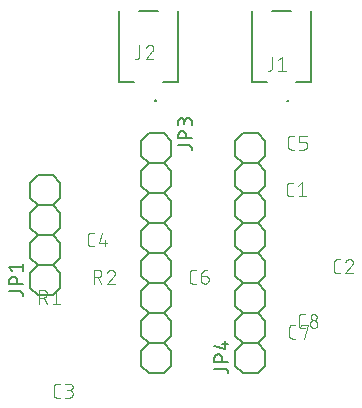
<source format=gbr>
G04 EAGLE Gerber RS-274X export*
G75*
%MOMM*%
%FSLAX34Y34*%
%LPD*%
%INSilkscreen Top*%
%IPPOS*%
%AMOC8*
5,1,8,0,0,1.08239X$1,22.5*%
G01*
%ADD10C,0.101600*%
%ADD11C,0.200000*%
%ADD12C,0.152400*%
%ADD13C,0.127000*%


D10*
X291880Y172533D02*
X289285Y172470D01*
X289284Y172470D02*
X289185Y172469D01*
X289086Y172473D01*
X288986Y172480D01*
X288888Y172491D01*
X288789Y172505D01*
X288691Y172524D01*
X288594Y172546D01*
X288498Y172572D01*
X288403Y172601D01*
X288310Y172634D01*
X288217Y172671D01*
X288126Y172711D01*
X288037Y172755D01*
X287949Y172802D01*
X287864Y172852D01*
X287780Y172906D01*
X287698Y172963D01*
X287619Y173022D01*
X287542Y173085D01*
X287467Y173151D01*
X287395Y173220D01*
X287326Y173291D01*
X287259Y173365D01*
X287195Y173441D01*
X287135Y173520D01*
X287077Y173601D01*
X287023Y173684D01*
X286971Y173770D01*
X286923Y173857D01*
X286879Y173946D01*
X286838Y174036D01*
X286800Y174128D01*
X286766Y174222D01*
X286735Y174316D01*
X286708Y174412D01*
X286685Y174509D01*
X286666Y174606D01*
X286650Y174704D01*
X286638Y174803D01*
X286630Y174902D01*
X286626Y175002D01*
X286625Y175002D02*
X286467Y181491D01*
X286468Y181491D02*
X286467Y181590D01*
X286471Y181689D01*
X286478Y181789D01*
X286489Y181887D01*
X286503Y181986D01*
X286522Y182084D01*
X286544Y182181D01*
X286570Y182277D01*
X286599Y182372D01*
X286632Y182465D01*
X286669Y182558D01*
X286709Y182649D01*
X286753Y182738D01*
X286800Y182826D01*
X286850Y182911D01*
X286904Y182995D01*
X286961Y183077D01*
X287020Y183156D01*
X287083Y183233D01*
X287149Y183308D01*
X287218Y183380D01*
X287289Y183449D01*
X287363Y183516D01*
X287439Y183580D01*
X287518Y183640D01*
X287599Y183698D01*
X287682Y183752D01*
X287767Y183804D01*
X287855Y183852D01*
X287943Y183896D01*
X288034Y183937D01*
X288126Y183975D01*
X288219Y184009D01*
X288314Y184040D01*
X288410Y184067D01*
X288507Y184090D01*
X288604Y184109D01*
X288702Y184125D01*
X288801Y184137D01*
X288900Y184145D01*
X289000Y184149D01*
X288999Y184150D02*
X291595Y184214D01*
X296022Y181724D02*
X299203Y184399D01*
X299489Y172719D01*
X302733Y172798D02*
X296244Y172640D01*
X328739Y107608D02*
X331336Y107608D01*
X328739Y107608D02*
X328640Y107610D01*
X328540Y107616D01*
X328441Y107625D01*
X328343Y107638D01*
X328245Y107655D01*
X328147Y107676D01*
X328051Y107701D01*
X327956Y107729D01*
X327862Y107761D01*
X327769Y107796D01*
X327677Y107835D01*
X327587Y107878D01*
X327499Y107923D01*
X327412Y107973D01*
X327328Y108025D01*
X327245Y108081D01*
X327165Y108139D01*
X327087Y108201D01*
X327012Y108266D01*
X326939Y108334D01*
X326869Y108404D01*
X326801Y108477D01*
X326736Y108552D01*
X326674Y108630D01*
X326616Y108710D01*
X326560Y108793D01*
X326508Y108877D01*
X326458Y108964D01*
X326413Y109052D01*
X326370Y109142D01*
X326331Y109234D01*
X326296Y109327D01*
X326264Y109421D01*
X326236Y109516D01*
X326211Y109612D01*
X326190Y109710D01*
X326173Y109808D01*
X326160Y109906D01*
X326151Y110005D01*
X326145Y110105D01*
X326143Y110204D01*
X326143Y116696D01*
X326145Y116795D01*
X326151Y116895D01*
X326160Y116994D01*
X326173Y117092D01*
X326190Y117190D01*
X326211Y117288D01*
X326236Y117384D01*
X326264Y117479D01*
X326296Y117573D01*
X326331Y117666D01*
X326370Y117758D01*
X326413Y117848D01*
X326458Y117936D01*
X326508Y118023D01*
X326560Y118107D01*
X326616Y118190D01*
X326674Y118270D01*
X326736Y118348D01*
X326801Y118423D01*
X326869Y118496D01*
X326939Y118566D01*
X327012Y118634D01*
X327087Y118699D01*
X327165Y118761D01*
X327245Y118819D01*
X327328Y118875D01*
X327412Y118927D01*
X327499Y118977D01*
X327587Y119022D01*
X327677Y119065D01*
X327769Y119104D01*
X327861Y119139D01*
X327956Y119171D01*
X328051Y119199D01*
X328147Y119224D01*
X328245Y119245D01*
X328343Y119262D01*
X328441Y119275D01*
X328540Y119284D01*
X328640Y119290D01*
X328739Y119292D01*
X331336Y119292D01*
X339271Y119292D02*
X339378Y119290D01*
X339484Y119284D01*
X339590Y119274D01*
X339696Y119261D01*
X339802Y119243D01*
X339906Y119222D01*
X340010Y119197D01*
X340113Y119168D01*
X340214Y119136D01*
X340314Y119099D01*
X340413Y119059D01*
X340511Y119016D01*
X340607Y118969D01*
X340701Y118918D01*
X340793Y118864D01*
X340883Y118807D01*
X340971Y118747D01*
X341056Y118683D01*
X341139Y118616D01*
X341220Y118546D01*
X341298Y118474D01*
X341374Y118398D01*
X341446Y118320D01*
X341516Y118239D01*
X341583Y118156D01*
X341647Y118071D01*
X341707Y117983D01*
X341764Y117893D01*
X341818Y117801D01*
X341869Y117707D01*
X341916Y117611D01*
X341959Y117513D01*
X341999Y117414D01*
X342036Y117314D01*
X342068Y117213D01*
X342097Y117110D01*
X342122Y117006D01*
X342143Y116902D01*
X342161Y116796D01*
X342174Y116690D01*
X342184Y116584D01*
X342190Y116478D01*
X342192Y116371D01*
X339271Y119292D02*
X339150Y119290D01*
X339029Y119284D01*
X338909Y119274D01*
X338788Y119261D01*
X338669Y119243D01*
X338549Y119222D01*
X338431Y119197D01*
X338314Y119168D01*
X338197Y119135D01*
X338082Y119099D01*
X337968Y119058D01*
X337855Y119015D01*
X337743Y118967D01*
X337634Y118916D01*
X337526Y118861D01*
X337419Y118803D01*
X337315Y118742D01*
X337213Y118677D01*
X337113Y118609D01*
X337015Y118538D01*
X336919Y118464D01*
X336826Y118387D01*
X336736Y118306D01*
X336648Y118223D01*
X336563Y118137D01*
X336480Y118048D01*
X336401Y117957D01*
X336324Y117863D01*
X336251Y117767D01*
X336181Y117669D01*
X336114Y117568D01*
X336050Y117465D01*
X335990Y117360D01*
X335933Y117253D01*
X335879Y117145D01*
X335829Y117035D01*
X335783Y116923D01*
X335740Y116810D01*
X335701Y116695D01*
X341219Y114099D02*
X341298Y114176D01*
X341374Y114257D01*
X341447Y114340D01*
X341517Y114425D01*
X341584Y114513D01*
X341648Y114603D01*
X341708Y114695D01*
X341765Y114790D01*
X341819Y114886D01*
X341870Y114984D01*
X341917Y115084D01*
X341961Y115186D01*
X342001Y115289D01*
X342037Y115393D01*
X342069Y115499D01*
X342098Y115605D01*
X342123Y115713D01*
X342145Y115821D01*
X342162Y115931D01*
X342176Y116040D01*
X342185Y116150D01*
X342191Y116261D01*
X342193Y116371D01*
X341218Y114099D02*
X335701Y107608D01*
X342192Y107608D01*
X94136Y2108D02*
X91539Y2108D01*
X91440Y2110D01*
X91340Y2116D01*
X91241Y2125D01*
X91143Y2138D01*
X91045Y2155D01*
X90947Y2176D01*
X90851Y2201D01*
X90756Y2229D01*
X90662Y2261D01*
X90569Y2296D01*
X90477Y2335D01*
X90387Y2378D01*
X90299Y2423D01*
X90212Y2473D01*
X90128Y2525D01*
X90045Y2581D01*
X89965Y2639D01*
X89887Y2701D01*
X89812Y2766D01*
X89739Y2834D01*
X89669Y2904D01*
X89601Y2977D01*
X89536Y3052D01*
X89474Y3130D01*
X89416Y3210D01*
X89360Y3293D01*
X89308Y3377D01*
X89258Y3464D01*
X89213Y3552D01*
X89170Y3642D01*
X89131Y3734D01*
X89096Y3827D01*
X89064Y3921D01*
X89036Y4016D01*
X89011Y4112D01*
X88990Y4210D01*
X88973Y4308D01*
X88960Y4406D01*
X88951Y4505D01*
X88945Y4605D01*
X88943Y4704D01*
X88943Y11196D01*
X88945Y11295D01*
X88951Y11395D01*
X88960Y11494D01*
X88973Y11592D01*
X88990Y11690D01*
X89011Y11788D01*
X89036Y11884D01*
X89064Y11979D01*
X89096Y12073D01*
X89131Y12166D01*
X89170Y12258D01*
X89213Y12348D01*
X89258Y12436D01*
X89308Y12523D01*
X89360Y12607D01*
X89416Y12690D01*
X89474Y12770D01*
X89536Y12848D01*
X89601Y12923D01*
X89669Y12996D01*
X89739Y13066D01*
X89812Y13134D01*
X89887Y13199D01*
X89965Y13261D01*
X90045Y13319D01*
X90128Y13375D01*
X90212Y13427D01*
X90299Y13477D01*
X90387Y13522D01*
X90477Y13565D01*
X90569Y13604D01*
X90661Y13639D01*
X90756Y13671D01*
X90851Y13699D01*
X90947Y13724D01*
X91045Y13745D01*
X91143Y13762D01*
X91241Y13775D01*
X91340Y13784D01*
X91440Y13790D01*
X91539Y13792D01*
X94136Y13792D01*
X98501Y2108D02*
X101746Y2108D01*
X101859Y2110D01*
X101972Y2116D01*
X102085Y2126D01*
X102198Y2140D01*
X102310Y2157D01*
X102421Y2179D01*
X102531Y2204D01*
X102641Y2234D01*
X102749Y2267D01*
X102856Y2304D01*
X102962Y2344D01*
X103066Y2389D01*
X103169Y2437D01*
X103270Y2488D01*
X103369Y2543D01*
X103466Y2601D01*
X103561Y2663D01*
X103654Y2728D01*
X103744Y2796D01*
X103832Y2867D01*
X103918Y2942D01*
X104001Y3019D01*
X104081Y3099D01*
X104158Y3182D01*
X104233Y3268D01*
X104304Y3356D01*
X104372Y3446D01*
X104437Y3539D01*
X104499Y3634D01*
X104557Y3731D01*
X104612Y3830D01*
X104663Y3931D01*
X104711Y4034D01*
X104756Y4138D01*
X104796Y4244D01*
X104833Y4351D01*
X104866Y4459D01*
X104896Y4569D01*
X104921Y4679D01*
X104943Y4790D01*
X104960Y4902D01*
X104974Y5015D01*
X104984Y5128D01*
X104990Y5241D01*
X104992Y5354D01*
X104990Y5467D01*
X104984Y5580D01*
X104974Y5693D01*
X104960Y5806D01*
X104943Y5918D01*
X104921Y6029D01*
X104896Y6139D01*
X104866Y6249D01*
X104833Y6357D01*
X104796Y6464D01*
X104756Y6570D01*
X104711Y6674D01*
X104663Y6777D01*
X104612Y6878D01*
X104557Y6977D01*
X104499Y7074D01*
X104437Y7169D01*
X104372Y7262D01*
X104304Y7352D01*
X104233Y7440D01*
X104158Y7526D01*
X104081Y7609D01*
X104001Y7689D01*
X103918Y7766D01*
X103832Y7841D01*
X103744Y7912D01*
X103654Y7980D01*
X103561Y8045D01*
X103466Y8107D01*
X103369Y8165D01*
X103270Y8220D01*
X103169Y8271D01*
X103066Y8319D01*
X102962Y8364D01*
X102856Y8404D01*
X102749Y8441D01*
X102641Y8474D01*
X102531Y8504D01*
X102421Y8529D01*
X102310Y8551D01*
X102198Y8568D01*
X102085Y8582D01*
X101972Y8592D01*
X101859Y8598D01*
X101746Y8600D01*
X102396Y13792D02*
X98501Y13792D01*
X102396Y13792D02*
X102497Y13790D01*
X102597Y13784D01*
X102697Y13774D01*
X102797Y13761D01*
X102896Y13743D01*
X102995Y13722D01*
X103092Y13697D01*
X103189Y13668D01*
X103284Y13635D01*
X103378Y13599D01*
X103470Y13559D01*
X103561Y13516D01*
X103650Y13469D01*
X103737Y13419D01*
X103823Y13365D01*
X103906Y13308D01*
X103986Y13248D01*
X104065Y13185D01*
X104141Y13118D01*
X104214Y13049D01*
X104284Y12977D01*
X104352Y12903D01*
X104417Y12826D01*
X104478Y12746D01*
X104537Y12664D01*
X104592Y12580D01*
X104644Y12494D01*
X104693Y12406D01*
X104738Y12316D01*
X104780Y12224D01*
X104818Y12131D01*
X104852Y12036D01*
X104883Y11941D01*
X104910Y11844D01*
X104933Y11746D01*
X104953Y11647D01*
X104968Y11547D01*
X104980Y11447D01*
X104988Y11347D01*
X104992Y11246D01*
X104992Y11146D01*
X104988Y11045D01*
X104980Y10945D01*
X104968Y10845D01*
X104953Y10745D01*
X104933Y10646D01*
X104910Y10548D01*
X104883Y10451D01*
X104852Y10356D01*
X104818Y10261D01*
X104780Y10168D01*
X104738Y10076D01*
X104693Y9986D01*
X104644Y9898D01*
X104592Y9812D01*
X104537Y9728D01*
X104478Y9646D01*
X104417Y9566D01*
X104352Y9489D01*
X104284Y9415D01*
X104214Y9343D01*
X104141Y9274D01*
X104065Y9207D01*
X103986Y9144D01*
X103906Y9084D01*
X103823Y9027D01*
X103737Y8973D01*
X103650Y8923D01*
X103561Y8876D01*
X103470Y8833D01*
X103378Y8793D01*
X103284Y8757D01*
X103189Y8724D01*
X103092Y8695D01*
X102995Y8670D01*
X102896Y8649D01*
X102797Y8631D01*
X102697Y8618D01*
X102597Y8608D01*
X102497Y8602D01*
X102396Y8600D01*
X102396Y8599D02*
X99799Y8599D01*
X120404Y130208D02*
X123001Y130208D01*
X120404Y130208D02*
X120305Y130210D01*
X120205Y130216D01*
X120106Y130225D01*
X120008Y130238D01*
X119910Y130255D01*
X119812Y130276D01*
X119716Y130301D01*
X119621Y130329D01*
X119527Y130361D01*
X119434Y130396D01*
X119342Y130435D01*
X119252Y130478D01*
X119164Y130523D01*
X119077Y130573D01*
X118993Y130625D01*
X118910Y130681D01*
X118830Y130739D01*
X118752Y130801D01*
X118677Y130866D01*
X118604Y130934D01*
X118534Y131004D01*
X118466Y131077D01*
X118401Y131152D01*
X118339Y131230D01*
X118281Y131310D01*
X118225Y131393D01*
X118173Y131477D01*
X118123Y131564D01*
X118078Y131652D01*
X118035Y131742D01*
X117996Y131834D01*
X117961Y131927D01*
X117929Y132021D01*
X117901Y132116D01*
X117876Y132212D01*
X117855Y132310D01*
X117838Y132408D01*
X117825Y132506D01*
X117816Y132605D01*
X117810Y132705D01*
X117808Y132804D01*
X117808Y139296D01*
X117810Y139395D01*
X117816Y139495D01*
X117825Y139594D01*
X117838Y139692D01*
X117855Y139790D01*
X117876Y139888D01*
X117901Y139984D01*
X117929Y140079D01*
X117961Y140173D01*
X117996Y140266D01*
X118035Y140358D01*
X118078Y140448D01*
X118123Y140536D01*
X118173Y140623D01*
X118225Y140707D01*
X118281Y140790D01*
X118339Y140870D01*
X118401Y140948D01*
X118466Y141023D01*
X118534Y141096D01*
X118604Y141166D01*
X118677Y141234D01*
X118752Y141299D01*
X118830Y141361D01*
X118910Y141419D01*
X118993Y141475D01*
X119077Y141527D01*
X119164Y141577D01*
X119252Y141622D01*
X119342Y141665D01*
X119434Y141704D01*
X119526Y141739D01*
X119621Y141771D01*
X119716Y141799D01*
X119812Y141824D01*
X119910Y141845D01*
X120008Y141862D01*
X120106Y141875D01*
X120205Y141884D01*
X120305Y141890D01*
X120404Y141892D01*
X123001Y141892D01*
X129963Y141892D02*
X127366Y132804D01*
X133857Y132804D01*
X131910Y135401D02*
X131910Y130208D01*
X289804Y212208D02*
X292401Y212208D01*
X289804Y212208D02*
X289705Y212210D01*
X289605Y212216D01*
X289506Y212225D01*
X289408Y212238D01*
X289310Y212255D01*
X289212Y212276D01*
X289116Y212301D01*
X289021Y212329D01*
X288927Y212361D01*
X288834Y212396D01*
X288742Y212435D01*
X288652Y212478D01*
X288564Y212523D01*
X288477Y212573D01*
X288393Y212625D01*
X288310Y212681D01*
X288230Y212739D01*
X288152Y212801D01*
X288077Y212866D01*
X288004Y212934D01*
X287934Y213004D01*
X287866Y213077D01*
X287801Y213152D01*
X287739Y213230D01*
X287681Y213310D01*
X287625Y213393D01*
X287573Y213477D01*
X287523Y213564D01*
X287478Y213652D01*
X287435Y213742D01*
X287396Y213834D01*
X287361Y213927D01*
X287329Y214021D01*
X287301Y214116D01*
X287276Y214212D01*
X287255Y214310D01*
X287238Y214408D01*
X287225Y214506D01*
X287216Y214605D01*
X287210Y214705D01*
X287208Y214804D01*
X287208Y221296D01*
X287210Y221395D01*
X287216Y221495D01*
X287225Y221594D01*
X287238Y221692D01*
X287255Y221790D01*
X287276Y221888D01*
X287301Y221984D01*
X287329Y222079D01*
X287361Y222173D01*
X287396Y222266D01*
X287435Y222358D01*
X287478Y222448D01*
X287523Y222536D01*
X287573Y222623D01*
X287625Y222707D01*
X287681Y222790D01*
X287739Y222870D01*
X287801Y222948D01*
X287866Y223023D01*
X287934Y223096D01*
X288004Y223166D01*
X288077Y223234D01*
X288152Y223299D01*
X288230Y223361D01*
X288310Y223419D01*
X288393Y223475D01*
X288477Y223527D01*
X288564Y223577D01*
X288652Y223622D01*
X288742Y223665D01*
X288834Y223704D01*
X288926Y223739D01*
X289021Y223771D01*
X289116Y223799D01*
X289212Y223824D01*
X289310Y223845D01*
X289408Y223862D01*
X289506Y223875D01*
X289605Y223884D01*
X289705Y223890D01*
X289804Y223892D01*
X292401Y223892D01*
X296766Y212208D02*
X300661Y212208D01*
X300760Y212210D01*
X300860Y212216D01*
X300959Y212225D01*
X301057Y212238D01*
X301155Y212255D01*
X301253Y212276D01*
X301349Y212301D01*
X301444Y212329D01*
X301538Y212361D01*
X301631Y212396D01*
X301723Y212435D01*
X301813Y212478D01*
X301901Y212523D01*
X301988Y212573D01*
X302072Y212625D01*
X302155Y212681D01*
X302235Y212739D01*
X302313Y212801D01*
X302388Y212866D01*
X302461Y212934D01*
X302531Y213004D01*
X302599Y213077D01*
X302664Y213152D01*
X302726Y213230D01*
X302784Y213310D01*
X302840Y213393D01*
X302892Y213477D01*
X302942Y213564D01*
X302987Y213652D01*
X303030Y213742D01*
X303069Y213834D01*
X303104Y213927D01*
X303136Y214021D01*
X303164Y214116D01*
X303189Y214212D01*
X303210Y214310D01*
X303227Y214408D01*
X303240Y214506D01*
X303249Y214605D01*
X303255Y214705D01*
X303257Y214804D01*
X303257Y216103D01*
X303255Y216202D01*
X303249Y216302D01*
X303240Y216401D01*
X303227Y216499D01*
X303210Y216597D01*
X303189Y216695D01*
X303164Y216791D01*
X303136Y216886D01*
X303104Y216980D01*
X303069Y217073D01*
X303030Y217165D01*
X302987Y217255D01*
X302942Y217343D01*
X302892Y217430D01*
X302840Y217514D01*
X302784Y217597D01*
X302726Y217677D01*
X302664Y217755D01*
X302599Y217830D01*
X302531Y217903D01*
X302461Y217973D01*
X302388Y218041D01*
X302313Y218106D01*
X302235Y218168D01*
X302155Y218226D01*
X302072Y218282D01*
X301988Y218334D01*
X301901Y218384D01*
X301813Y218429D01*
X301723Y218472D01*
X301631Y218511D01*
X301538Y218546D01*
X301444Y218578D01*
X301349Y218606D01*
X301253Y218631D01*
X301155Y218652D01*
X301057Y218669D01*
X300959Y218682D01*
X300860Y218691D01*
X300760Y218697D01*
X300661Y218699D01*
X296766Y218699D01*
X296766Y223892D01*
X303257Y223892D01*
X209201Y98708D02*
X206604Y98708D01*
X206505Y98710D01*
X206405Y98716D01*
X206306Y98725D01*
X206208Y98738D01*
X206110Y98755D01*
X206012Y98776D01*
X205916Y98801D01*
X205821Y98829D01*
X205727Y98861D01*
X205634Y98896D01*
X205542Y98935D01*
X205452Y98978D01*
X205364Y99023D01*
X205277Y99073D01*
X205193Y99125D01*
X205110Y99181D01*
X205030Y99239D01*
X204952Y99301D01*
X204877Y99366D01*
X204804Y99434D01*
X204734Y99504D01*
X204666Y99577D01*
X204601Y99652D01*
X204539Y99730D01*
X204481Y99810D01*
X204425Y99893D01*
X204373Y99977D01*
X204323Y100064D01*
X204278Y100152D01*
X204235Y100242D01*
X204196Y100334D01*
X204161Y100427D01*
X204129Y100521D01*
X204101Y100616D01*
X204076Y100712D01*
X204055Y100810D01*
X204038Y100908D01*
X204025Y101006D01*
X204016Y101105D01*
X204010Y101205D01*
X204008Y101304D01*
X204008Y107796D01*
X204010Y107895D01*
X204016Y107995D01*
X204025Y108094D01*
X204038Y108192D01*
X204055Y108290D01*
X204076Y108388D01*
X204101Y108484D01*
X204129Y108579D01*
X204161Y108673D01*
X204196Y108766D01*
X204235Y108858D01*
X204278Y108948D01*
X204323Y109036D01*
X204373Y109123D01*
X204425Y109207D01*
X204481Y109290D01*
X204539Y109370D01*
X204601Y109448D01*
X204666Y109523D01*
X204734Y109596D01*
X204804Y109666D01*
X204877Y109734D01*
X204952Y109799D01*
X205030Y109861D01*
X205110Y109919D01*
X205193Y109975D01*
X205277Y110027D01*
X205364Y110077D01*
X205452Y110122D01*
X205542Y110165D01*
X205634Y110204D01*
X205726Y110239D01*
X205821Y110271D01*
X205916Y110299D01*
X206012Y110324D01*
X206110Y110345D01*
X206208Y110362D01*
X206306Y110375D01*
X206405Y110384D01*
X206505Y110390D01*
X206604Y110392D01*
X209201Y110392D01*
X213566Y105199D02*
X217461Y105199D01*
X217560Y105197D01*
X217660Y105191D01*
X217759Y105182D01*
X217857Y105169D01*
X217955Y105152D01*
X218053Y105131D01*
X218149Y105106D01*
X218244Y105078D01*
X218338Y105046D01*
X218431Y105011D01*
X218523Y104972D01*
X218613Y104929D01*
X218701Y104884D01*
X218788Y104834D01*
X218872Y104782D01*
X218955Y104726D01*
X219035Y104668D01*
X219113Y104606D01*
X219188Y104541D01*
X219261Y104473D01*
X219331Y104403D01*
X219399Y104330D01*
X219464Y104255D01*
X219526Y104177D01*
X219584Y104097D01*
X219640Y104014D01*
X219692Y103930D01*
X219742Y103843D01*
X219787Y103755D01*
X219830Y103665D01*
X219869Y103573D01*
X219904Y103480D01*
X219936Y103386D01*
X219964Y103291D01*
X219989Y103195D01*
X220010Y103097D01*
X220027Y102999D01*
X220040Y102901D01*
X220049Y102802D01*
X220055Y102702D01*
X220057Y102603D01*
X220057Y101954D01*
X220058Y101954D02*
X220056Y101841D01*
X220050Y101728D01*
X220040Y101615D01*
X220026Y101502D01*
X220009Y101390D01*
X219987Y101279D01*
X219962Y101169D01*
X219932Y101059D01*
X219899Y100951D01*
X219862Y100844D01*
X219822Y100738D01*
X219777Y100634D01*
X219729Y100531D01*
X219678Y100430D01*
X219623Y100331D01*
X219565Y100234D01*
X219503Y100139D01*
X219438Y100046D01*
X219370Y99956D01*
X219299Y99868D01*
X219224Y99782D01*
X219147Y99699D01*
X219067Y99619D01*
X218984Y99542D01*
X218898Y99467D01*
X218810Y99396D01*
X218720Y99328D01*
X218627Y99263D01*
X218532Y99201D01*
X218435Y99143D01*
X218336Y99088D01*
X218235Y99037D01*
X218132Y98989D01*
X218028Y98944D01*
X217922Y98904D01*
X217815Y98867D01*
X217707Y98834D01*
X217597Y98804D01*
X217487Y98779D01*
X217376Y98757D01*
X217264Y98740D01*
X217151Y98726D01*
X217038Y98716D01*
X216925Y98710D01*
X216812Y98708D01*
X216699Y98710D01*
X216586Y98716D01*
X216473Y98726D01*
X216360Y98740D01*
X216248Y98757D01*
X216137Y98779D01*
X216027Y98804D01*
X215917Y98834D01*
X215809Y98867D01*
X215702Y98904D01*
X215596Y98944D01*
X215492Y98989D01*
X215389Y99037D01*
X215288Y99088D01*
X215189Y99143D01*
X215092Y99201D01*
X214997Y99263D01*
X214904Y99328D01*
X214814Y99396D01*
X214726Y99467D01*
X214640Y99542D01*
X214557Y99619D01*
X214477Y99699D01*
X214400Y99782D01*
X214325Y99868D01*
X214254Y99956D01*
X214186Y100046D01*
X214121Y100139D01*
X214059Y100234D01*
X214001Y100331D01*
X213946Y100430D01*
X213895Y100531D01*
X213847Y100634D01*
X213802Y100738D01*
X213762Y100844D01*
X213725Y100951D01*
X213692Y101059D01*
X213662Y101169D01*
X213637Y101279D01*
X213615Y101390D01*
X213598Y101502D01*
X213584Y101615D01*
X213574Y101728D01*
X213568Y101841D01*
X213566Y101954D01*
X213566Y105199D01*
X213568Y105342D01*
X213574Y105485D01*
X213584Y105628D01*
X213598Y105770D01*
X213615Y105912D01*
X213637Y106054D01*
X213662Y106195D01*
X213692Y106335D01*
X213725Y106474D01*
X213762Y106612D01*
X213803Y106749D01*
X213847Y106885D01*
X213896Y107020D01*
X213948Y107153D01*
X214003Y107285D01*
X214063Y107415D01*
X214126Y107544D01*
X214192Y107671D01*
X214262Y107795D01*
X214335Y107918D01*
X214412Y108039D01*
X214492Y108158D01*
X214575Y108274D01*
X214661Y108389D01*
X214750Y108500D01*
X214843Y108610D01*
X214938Y108716D01*
X215037Y108820D01*
X215138Y108921D01*
X215242Y109020D01*
X215348Y109115D01*
X215458Y109208D01*
X215569Y109297D01*
X215684Y109383D01*
X215800Y109466D01*
X215919Y109546D01*
X216040Y109623D01*
X216162Y109696D01*
X216287Y109766D01*
X216414Y109832D01*
X216543Y109895D01*
X216673Y109955D01*
X216805Y110010D01*
X216938Y110062D01*
X217073Y110111D01*
X217209Y110155D01*
X217346Y110196D01*
X217484Y110233D01*
X217623Y110266D01*
X217763Y110296D01*
X217904Y110321D01*
X218046Y110343D01*
X218188Y110360D01*
X218330Y110374D01*
X218473Y110384D01*
X218616Y110390D01*
X218759Y110392D01*
X290904Y52208D02*
X293501Y52208D01*
X290904Y52208D02*
X290805Y52210D01*
X290705Y52216D01*
X290606Y52225D01*
X290508Y52238D01*
X290410Y52255D01*
X290312Y52276D01*
X290216Y52301D01*
X290121Y52329D01*
X290027Y52361D01*
X289934Y52396D01*
X289842Y52435D01*
X289752Y52478D01*
X289664Y52523D01*
X289577Y52573D01*
X289493Y52625D01*
X289410Y52681D01*
X289330Y52739D01*
X289252Y52801D01*
X289177Y52866D01*
X289104Y52934D01*
X289034Y53004D01*
X288966Y53077D01*
X288901Y53152D01*
X288839Y53230D01*
X288781Y53310D01*
X288725Y53393D01*
X288673Y53477D01*
X288623Y53564D01*
X288578Y53652D01*
X288535Y53742D01*
X288496Y53834D01*
X288461Y53927D01*
X288429Y54021D01*
X288401Y54116D01*
X288376Y54212D01*
X288355Y54310D01*
X288338Y54408D01*
X288325Y54506D01*
X288316Y54605D01*
X288310Y54705D01*
X288308Y54804D01*
X288308Y61296D01*
X288310Y61395D01*
X288316Y61495D01*
X288325Y61594D01*
X288338Y61692D01*
X288355Y61790D01*
X288376Y61888D01*
X288401Y61984D01*
X288429Y62079D01*
X288461Y62173D01*
X288496Y62266D01*
X288535Y62358D01*
X288578Y62448D01*
X288623Y62536D01*
X288673Y62623D01*
X288725Y62707D01*
X288781Y62790D01*
X288839Y62870D01*
X288901Y62948D01*
X288966Y63023D01*
X289034Y63096D01*
X289104Y63166D01*
X289177Y63234D01*
X289252Y63299D01*
X289330Y63361D01*
X289410Y63419D01*
X289493Y63475D01*
X289577Y63527D01*
X289664Y63577D01*
X289752Y63622D01*
X289842Y63665D01*
X289934Y63704D01*
X290026Y63739D01*
X290121Y63771D01*
X290216Y63799D01*
X290312Y63824D01*
X290410Y63845D01*
X290508Y63862D01*
X290606Y63875D01*
X290705Y63884D01*
X290805Y63890D01*
X290904Y63892D01*
X293501Y63892D01*
X297866Y63892D02*
X297866Y62594D01*
X297866Y63892D02*
X304357Y63892D01*
X301112Y52208D01*
X301336Y61108D02*
X298739Y61108D01*
X298640Y61110D01*
X298540Y61116D01*
X298441Y61125D01*
X298343Y61138D01*
X298245Y61155D01*
X298147Y61176D01*
X298051Y61201D01*
X297956Y61229D01*
X297862Y61261D01*
X297769Y61296D01*
X297677Y61335D01*
X297587Y61378D01*
X297499Y61423D01*
X297412Y61473D01*
X297328Y61525D01*
X297245Y61581D01*
X297165Y61639D01*
X297087Y61701D01*
X297012Y61766D01*
X296939Y61834D01*
X296869Y61904D01*
X296801Y61977D01*
X296736Y62052D01*
X296674Y62130D01*
X296616Y62210D01*
X296560Y62293D01*
X296508Y62377D01*
X296458Y62464D01*
X296413Y62552D01*
X296370Y62642D01*
X296331Y62734D01*
X296296Y62827D01*
X296264Y62921D01*
X296236Y63016D01*
X296211Y63112D01*
X296190Y63210D01*
X296173Y63308D01*
X296160Y63406D01*
X296151Y63505D01*
X296145Y63605D01*
X296143Y63704D01*
X296143Y70196D01*
X296145Y70295D01*
X296151Y70395D01*
X296160Y70494D01*
X296173Y70592D01*
X296190Y70690D01*
X296211Y70788D01*
X296236Y70884D01*
X296264Y70979D01*
X296296Y71073D01*
X296331Y71166D01*
X296370Y71258D01*
X296413Y71348D01*
X296458Y71436D01*
X296508Y71523D01*
X296560Y71607D01*
X296616Y71690D01*
X296674Y71770D01*
X296736Y71848D01*
X296801Y71923D01*
X296869Y71996D01*
X296939Y72066D01*
X297012Y72134D01*
X297087Y72199D01*
X297165Y72261D01*
X297245Y72319D01*
X297328Y72375D01*
X297412Y72427D01*
X297499Y72477D01*
X297587Y72522D01*
X297677Y72565D01*
X297769Y72604D01*
X297861Y72639D01*
X297956Y72671D01*
X298051Y72699D01*
X298147Y72724D01*
X298245Y72745D01*
X298343Y72762D01*
X298441Y72775D01*
X298540Y72784D01*
X298640Y72790D01*
X298739Y72792D01*
X301336Y72792D01*
X305700Y64354D02*
X305702Y64467D01*
X305708Y64580D01*
X305718Y64693D01*
X305732Y64806D01*
X305749Y64918D01*
X305771Y65029D01*
X305796Y65139D01*
X305826Y65249D01*
X305859Y65357D01*
X305896Y65464D01*
X305936Y65570D01*
X305981Y65674D01*
X306029Y65777D01*
X306080Y65878D01*
X306135Y65977D01*
X306193Y66074D01*
X306255Y66169D01*
X306320Y66262D01*
X306388Y66352D01*
X306459Y66440D01*
X306534Y66526D01*
X306611Y66609D01*
X306691Y66689D01*
X306774Y66766D01*
X306860Y66841D01*
X306948Y66912D01*
X307038Y66980D01*
X307131Y67045D01*
X307226Y67107D01*
X307323Y67165D01*
X307422Y67220D01*
X307523Y67271D01*
X307626Y67319D01*
X307730Y67364D01*
X307836Y67404D01*
X307943Y67441D01*
X308051Y67474D01*
X308161Y67504D01*
X308271Y67529D01*
X308382Y67551D01*
X308494Y67568D01*
X308607Y67582D01*
X308720Y67592D01*
X308833Y67598D01*
X308946Y67600D01*
X309059Y67598D01*
X309172Y67592D01*
X309285Y67582D01*
X309398Y67568D01*
X309510Y67551D01*
X309621Y67529D01*
X309731Y67504D01*
X309841Y67474D01*
X309949Y67441D01*
X310056Y67404D01*
X310162Y67364D01*
X310266Y67319D01*
X310369Y67271D01*
X310470Y67220D01*
X310569Y67165D01*
X310666Y67107D01*
X310761Y67045D01*
X310854Y66980D01*
X310944Y66912D01*
X311032Y66841D01*
X311118Y66766D01*
X311201Y66689D01*
X311281Y66609D01*
X311358Y66526D01*
X311433Y66440D01*
X311504Y66352D01*
X311572Y66262D01*
X311637Y66169D01*
X311699Y66074D01*
X311757Y65977D01*
X311812Y65878D01*
X311863Y65777D01*
X311911Y65674D01*
X311956Y65570D01*
X311996Y65464D01*
X312033Y65357D01*
X312066Y65249D01*
X312096Y65139D01*
X312121Y65029D01*
X312143Y64918D01*
X312160Y64806D01*
X312174Y64693D01*
X312184Y64580D01*
X312190Y64467D01*
X312192Y64354D01*
X312190Y64241D01*
X312184Y64128D01*
X312174Y64015D01*
X312160Y63902D01*
X312143Y63790D01*
X312121Y63679D01*
X312096Y63569D01*
X312066Y63459D01*
X312033Y63351D01*
X311996Y63244D01*
X311956Y63138D01*
X311911Y63034D01*
X311863Y62931D01*
X311812Y62830D01*
X311757Y62731D01*
X311699Y62634D01*
X311637Y62539D01*
X311572Y62446D01*
X311504Y62356D01*
X311433Y62268D01*
X311358Y62182D01*
X311281Y62099D01*
X311201Y62019D01*
X311118Y61942D01*
X311032Y61867D01*
X310944Y61796D01*
X310854Y61728D01*
X310761Y61663D01*
X310666Y61601D01*
X310569Y61543D01*
X310470Y61488D01*
X310369Y61437D01*
X310266Y61389D01*
X310162Y61344D01*
X310056Y61304D01*
X309949Y61267D01*
X309841Y61234D01*
X309731Y61204D01*
X309621Y61179D01*
X309510Y61157D01*
X309398Y61140D01*
X309285Y61126D01*
X309172Y61116D01*
X309059Y61110D01*
X308946Y61108D01*
X308833Y61110D01*
X308720Y61116D01*
X308607Y61126D01*
X308494Y61140D01*
X308382Y61157D01*
X308271Y61179D01*
X308161Y61204D01*
X308051Y61234D01*
X307943Y61267D01*
X307836Y61304D01*
X307730Y61344D01*
X307626Y61389D01*
X307523Y61437D01*
X307422Y61488D01*
X307323Y61543D01*
X307226Y61601D01*
X307131Y61663D01*
X307038Y61728D01*
X306948Y61796D01*
X306860Y61867D01*
X306774Y61942D01*
X306691Y62019D01*
X306611Y62099D01*
X306534Y62182D01*
X306459Y62268D01*
X306388Y62356D01*
X306320Y62446D01*
X306255Y62539D01*
X306193Y62634D01*
X306135Y62731D01*
X306080Y62830D01*
X306029Y62931D01*
X305981Y63034D01*
X305936Y63138D01*
X305896Y63244D01*
X305859Y63351D01*
X305826Y63459D01*
X305796Y63569D01*
X305771Y63679D01*
X305749Y63790D01*
X305732Y63902D01*
X305718Y64015D01*
X305708Y64128D01*
X305702Y64241D01*
X305700Y64354D01*
X306350Y70196D02*
X306352Y70297D01*
X306358Y70397D01*
X306368Y70497D01*
X306381Y70597D01*
X306399Y70696D01*
X306420Y70795D01*
X306445Y70892D01*
X306474Y70989D01*
X306507Y71084D01*
X306543Y71178D01*
X306583Y71270D01*
X306626Y71361D01*
X306673Y71450D01*
X306723Y71537D01*
X306777Y71623D01*
X306834Y71706D01*
X306894Y71786D01*
X306957Y71865D01*
X307024Y71941D01*
X307093Y72014D01*
X307165Y72084D01*
X307239Y72152D01*
X307316Y72217D01*
X307396Y72278D01*
X307478Y72337D01*
X307562Y72392D01*
X307648Y72444D01*
X307736Y72493D01*
X307826Y72538D01*
X307918Y72580D01*
X308011Y72618D01*
X308106Y72652D01*
X308201Y72683D01*
X308298Y72710D01*
X308396Y72733D01*
X308495Y72753D01*
X308595Y72768D01*
X308695Y72780D01*
X308795Y72788D01*
X308896Y72792D01*
X308996Y72792D01*
X309097Y72788D01*
X309197Y72780D01*
X309297Y72768D01*
X309397Y72753D01*
X309496Y72733D01*
X309594Y72710D01*
X309691Y72683D01*
X309786Y72652D01*
X309881Y72618D01*
X309974Y72580D01*
X310066Y72538D01*
X310156Y72493D01*
X310244Y72444D01*
X310330Y72392D01*
X310414Y72337D01*
X310496Y72278D01*
X310576Y72217D01*
X310653Y72152D01*
X310727Y72084D01*
X310799Y72014D01*
X310868Y71941D01*
X310935Y71865D01*
X310998Y71786D01*
X311058Y71706D01*
X311115Y71623D01*
X311169Y71537D01*
X311219Y71450D01*
X311266Y71361D01*
X311309Y71270D01*
X311349Y71178D01*
X311385Y71084D01*
X311418Y70989D01*
X311447Y70892D01*
X311472Y70795D01*
X311493Y70696D01*
X311511Y70597D01*
X311524Y70497D01*
X311534Y70397D01*
X311540Y70297D01*
X311542Y70196D01*
X311540Y70095D01*
X311534Y69995D01*
X311524Y69895D01*
X311511Y69795D01*
X311493Y69696D01*
X311472Y69597D01*
X311447Y69500D01*
X311418Y69403D01*
X311385Y69308D01*
X311349Y69214D01*
X311309Y69122D01*
X311266Y69031D01*
X311219Y68942D01*
X311169Y68855D01*
X311115Y68769D01*
X311058Y68686D01*
X310998Y68606D01*
X310935Y68527D01*
X310868Y68451D01*
X310799Y68378D01*
X310727Y68308D01*
X310653Y68240D01*
X310576Y68175D01*
X310496Y68114D01*
X310414Y68055D01*
X310330Y68000D01*
X310244Y67948D01*
X310156Y67899D01*
X310066Y67854D01*
X309974Y67812D01*
X309881Y67774D01*
X309786Y67740D01*
X309691Y67709D01*
X309594Y67682D01*
X309496Y67659D01*
X309397Y67639D01*
X309297Y67624D01*
X309197Y67612D01*
X309097Y67604D01*
X308996Y67600D01*
X308896Y67600D01*
X308795Y67604D01*
X308695Y67612D01*
X308595Y67624D01*
X308495Y67639D01*
X308396Y67659D01*
X308298Y67682D01*
X308201Y67709D01*
X308106Y67740D01*
X308011Y67774D01*
X307918Y67812D01*
X307826Y67854D01*
X307736Y67899D01*
X307648Y67948D01*
X307562Y68000D01*
X307478Y68055D01*
X307396Y68114D01*
X307316Y68175D01*
X307239Y68240D01*
X307165Y68308D01*
X307093Y68378D01*
X307024Y68451D01*
X306957Y68527D01*
X306894Y68606D01*
X306834Y68686D01*
X306777Y68769D01*
X306723Y68855D01*
X306673Y68942D01*
X306626Y69031D01*
X306583Y69122D01*
X306543Y69214D01*
X306507Y69308D01*
X306474Y69403D01*
X306445Y69500D01*
X306420Y69597D01*
X306399Y69696D01*
X306381Y69795D01*
X306368Y69895D01*
X306358Y69995D01*
X306352Y70095D01*
X306350Y70196D01*
D11*
X256800Y269400D02*
X256800Y329400D01*
X306800Y329400D02*
X306800Y269400D01*
X286820Y253490D02*
X286822Y253530D01*
X286828Y253569D01*
X286838Y253608D01*
X286851Y253645D01*
X286869Y253681D01*
X286890Y253715D01*
X286914Y253747D01*
X286941Y253776D01*
X286971Y253803D01*
X287003Y253826D01*
X287038Y253846D01*
X287074Y253862D01*
X287112Y253875D01*
X287151Y253884D01*
X287190Y253889D01*
X287230Y253890D01*
X287270Y253887D01*
X287309Y253880D01*
X287347Y253869D01*
X287385Y253855D01*
X287420Y253836D01*
X287453Y253815D01*
X287485Y253790D01*
X287513Y253762D01*
X287539Y253732D01*
X287561Y253699D01*
X287580Y253664D01*
X287596Y253627D01*
X287608Y253589D01*
X287616Y253550D01*
X287620Y253510D01*
X287620Y253470D01*
X287616Y253430D01*
X287608Y253391D01*
X287596Y253353D01*
X287580Y253316D01*
X287561Y253281D01*
X287539Y253248D01*
X287513Y253218D01*
X287485Y253190D01*
X287453Y253165D01*
X287420Y253144D01*
X287385Y253125D01*
X287347Y253111D01*
X287309Y253100D01*
X287270Y253093D01*
X287230Y253090D01*
X287190Y253091D01*
X287151Y253096D01*
X287112Y253105D01*
X287074Y253118D01*
X287038Y253134D01*
X287003Y253154D01*
X286971Y253177D01*
X286941Y253204D01*
X286914Y253233D01*
X286890Y253265D01*
X286869Y253299D01*
X286851Y253335D01*
X286838Y253372D01*
X286828Y253411D01*
X286822Y253450D01*
X286820Y253490D01*
X269450Y269400D02*
X256800Y269400D01*
X294150Y269400D02*
X306800Y269400D01*
X289710Y329400D02*
X273890Y329400D01*
D10*
X273875Y290732D02*
X273875Y281644D01*
X273873Y281545D01*
X273867Y281445D01*
X273858Y281346D01*
X273845Y281248D01*
X273828Y281150D01*
X273807Y281052D01*
X273782Y280956D01*
X273754Y280861D01*
X273722Y280767D01*
X273687Y280674D01*
X273648Y280582D01*
X273605Y280492D01*
X273560Y280404D01*
X273510Y280317D01*
X273458Y280233D01*
X273402Y280150D01*
X273344Y280070D01*
X273282Y279992D01*
X273217Y279917D01*
X273149Y279844D01*
X273079Y279774D01*
X273006Y279706D01*
X272931Y279641D01*
X272853Y279579D01*
X272773Y279521D01*
X272690Y279465D01*
X272606Y279413D01*
X272519Y279363D01*
X272431Y279318D01*
X272341Y279275D01*
X272249Y279236D01*
X272156Y279201D01*
X272062Y279169D01*
X271967Y279141D01*
X271871Y279116D01*
X271773Y279095D01*
X271675Y279078D01*
X271577Y279065D01*
X271478Y279056D01*
X271378Y279050D01*
X271279Y279048D01*
X269980Y279048D01*
X279148Y288136D02*
X282394Y290732D01*
X282394Y279048D01*
X279148Y279048D02*
X285640Y279048D01*
D11*
X144400Y269400D02*
X144400Y329400D01*
X194400Y329400D02*
X194400Y269400D01*
X174420Y253490D02*
X174422Y253530D01*
X174428Y253569D01*
X174438Y253608D01*
X174451Y253645D01*
X174469Y253681D01*
X174490Y253715D01*
X174514Y253747D01*
X174541Y253776D01*
X174571Y253803D01*
X174603Y253826D01*
X174638Y253846D01*
X174674Y253862D01*
X174712Y253875D01*
X174751Y253884D01*
X174790Y253889D01*
X174830Y253890D01*
X174870Y253887D01*
X174909Y253880D01*
X174947Y253869D01*
X174985Y253855D01*
X175020Y253836D01*
X175053Y253815D01*
X175085Y253790D01*
X175113Y253762D01*
X175139Y253732D01*
X175161Y253699D01*
X175180Y253664D01*
X175196Y253627D01*
X175208Y253589D01*
X175216Y253550D01*
X175220Y253510D01*
X175220Y253470D01*
X175216Y253430D01*
X175208Y253391D01*
X175196Y253353D01*
X175180Y253316D01*
X175161Y253281D01*
X175139Y253248D01*
X175113Y253218D01*
X175085Y253190D01*
X175053Y253165D01*
X175020Y253144D01*
X174985Y253125D01*
X174947Y253111D01*
X174909Y253100D01*
X174870Y253093D01*
X174830Y253090D01*
X174790Y253091D01*
X174751Y253096D01*
X174712Y253105D01*
X174674Y253118D01*
X174638Y253134D01*
X174603Y253154D01*
X174571Y253177D01*
X174541Y253204D01*
X174514Y253233D01*
X174490Y253265D01*
X174469Y253299D01*
X174451Y253335D01*
X174438Y253372D01*
X174428Y253411D01*
X174422Y253450D01*
X174420Y253490D01*
X157050Y269400D02*
X144400Y269400D01*
X181750Y269400D02*
X194400Y269400D01*
X177310Y329400D02*
X161490Y329400D01*
D10*
X161475Y300732D02*
X161475Y291644D01*
X161473Y291545D01*
X161467Y291445D01*
X161458Y291346D01*
X161445Y291248D01*
X161428Y291150D01*
X161407Y291052D01*
X161382Y290956D01*
X161354Y290861D01*
X161322Y290767D01*
X161287Y290674D01*
X161248Y290582D01*
X161205Y290492D01*
X161160Y290404D01*
X161110Y290317D01*
X161058Y290233D01*
X161002Y290150D01*
X160944Y290070D01*
X160882Y289992D01*
X160817Y289917D01*
X160749Y289844D01*
X160679Y289774D01*
X160606Y289706D01*
X160531Y289641D01*
X160453Y289579D01*
X160373Y289521D01*
X160290Y289465D01*
X160206Y289413D01*
X160119Y289363D01*
X160031Y289318D01*
X159941Y289275D01*
X159849Y289236D01*
X159756Y289201D01*
X159662Y289169D01*
X159567Y289141D01*
X159471Y289116D01*
X159373Y289095D01*
X159275Y289078D01*
X159177Y289065D01*
X159078Y289056D01*
X158978Y289050D01*
X158879Y289048D01*
X157580Y289048D01*
X170319Y300732D02*
X170426Y300730D01*
X170532Y300724D01*
X170638Y300714D01*
X170744Y300701D01*
X170850Y300683D01*
X170954Y300662D01*
X171058Y300637D01*
X171161Y300608D01*
X171262Y300576D01*
X171362Y300539D01*
X171461Y300499D01*
X171559Y300456D01*
X171655Y300409D01*
X171749Y300358D01*
X171841Y300304D01*
X171931Y300247D01*
X172019Y300187D01*
X172104Y300123D01*
X172187Y300056D01*
X172268Y299986D01*
X172346Y299914D01*
X172422Y299838D01*
X172494Y299760D01*
X172564Y299679D01*
X172631Y299596D01*
X172695Y299511D01*
X172755Y299423D01*
X172812Y299333D01*
X172866Y299241D01*
X172917Y299147D01*
X172964Y299051D01*
X173007Y298953D01*
X173047Y298854D01*
X173084Y298754D01*
X173116Y298653D01*
X173145Y298550D01*
X173170Y298446D01*
X173191Y298342D01*
X173209Y298236D01*
X173222Y298130D01*
X173232Y298024D01*
X173238Y297918D01*
X173240Y297811D01*
X170319Y300732D02*
X170198Y300730D01*
X170077Y300724D01*
X169957Y300714D01*
X169836Y300701D01*
X169717Y300683D01*
X169597Y300662D01*
X169479Y300637D01*
X169362Y300608D01*
X169245Y300575D01*
X169130Y300539D01*
X169016Y300498D01*
X168903Y300455D01*
X168791Y300407D01*
X168682Y300356D01*
X168574Y300301D01*
X168467Y300243D01*
X168363Y300182D01*
X168261Y300117D01*
X168161Y300049D01*
X168063Y299978D01*
X167967Y299904D01*
X167874Y299827D01*
X167784Y299746D01*
X167696Y299663D01*
X167611Y299577D01*
X167528Y299488D01*
X167449Y299397D01*
X167372Y299303D01*
X167299Y299207D01*
X167229Y299109D01*
X167162Y299008D01*
X167098Y298905D01*
X167038Y298800D01*
X166981Y298693D01*
X166927Y298585D01*
X166877Y298475D01*
X166831Y298363D01*
X166788Y298250D01*
X166749Y298135D01*
X172266Y295539D02*
X172345Y295616D01*
X172421Y295697D01*
X172494Y295780D01*
X172564Y295865D01*
X172631Y295953D01*
X172695Y296043D01*
X172755Y296135D01*
X172812Y296230D01*
X172866Y296326D01*
X172917Y296424D01*
X172964Y296524D01*
X173008Y296626D01*
X173048Y296729D01*
X173084Y296833D01*
X173116Y296939D01*
X173145Y297045D01*
X173170Y297153D01*
X173192Y297261D01*
X173209Y297371D01*
X173223Y297480D01*
X173232Y297590D01*
X173238Y297701D01*
X173240Y297811D01*
X172266Y295539D02*
X166749Y289048D01*
X173240Y289048D01*
D12*
X69000Y145850D02*
X75350Y139500D01*
X69000Y145850D02*
X69000Y158550D01*
X75350Y164900D01*
X88050Y164900D01*
X94400Y158550D01*
X94400Y145850D01*
X88050Y139500D01*
X69000Y107750D02*
X69000Y95050D01*
X69000Y107750D02*
X75350Y114100D01*
X88050Y114100D01*
X94400Y107750D01*
X75350Y114100D02*
X69000Y120450D01*
X69000Y133150D01*
X75350Y139500D01*
X88050Y139500D01*
X94400Y133150D01*
X94400Y120450D01*
X88050Y114100D01*
X88050Y88700D02*
X75350Y88700D01*
X69000Y95050D01*
X88050Y88700D02*
X94400Y95050D01*
X94400Y107750D01*
X69000Y171250D02*
X69000Y183950D01*
X75350Y190300D01*
X88050Y190300D01*
X94400Y183950D01*
X75350Y164900D02*
X69000Y171250D01*
X88050Y164900D02*
X94400Y171250D01*
X94400Y183950D01*
D13*
X60237Y92383D02*
X51347Y92383D01*
X60237Y92383D02*
X60337Y92381D01*
X60436Y92375D01*
X60536Y92365D01*
X60634Y92352D01*
X60733Y92334D01*
X60830Y92313D01*
X60926Y92288D01*
X61022Y92259D01*
X61116Y92226D01*
X61209Y92190D01*
X61300Y92150D01*
X61390Y92106D01*
X61478Y92059D01*
X61564Y92009D01*
X61648Y91955D01*
X61730Y91898D01*
X61809Y91838D01*
X61887Y91774D01*
X61961Y91708D01*
X62033Y91639D01*
X62102Y91567D01*
X62168Y91493D01*
X62232Y91415D01*
X62292Y91336D01*
X62349Y91254D01*
X62403Y91170D01*
X62453Y91084D01*
X62500Y90996D01*
X62544Y90906D01*
X62584Y90815D01*
X62620Y90722D01*
X62653Y90628D01*
X62682Y90532D01*
X62707Y90436D01*
X62728Y90339D01*
X62746Y90240D01*
X62759Y90142D01*
X62769Y90042D01*
X62775Y89943D01*
X62777Y89843D01*
X62777Y88573D01*
X62777Y98363D02*
X51347Y98363D01*
X51347Y101538D01*
X51349Y101649D01*
X51355Y101759D01*
X51364Y101870D01*
X51378Y101980D01*
X51395Y102089D01*
X51416Y102198D01*
X51441Y102306D01*
X51470Y102413D01*
X51502Y102519D01*
X51538Y102624D01*
X51578Y102727D01*
X51621Y102829D01*
X51668Y102930D01*
X51719Y103029D01*
X51772Y103125D01*
X51829Y103220D01*
X51890Y103313D01*
X51953Y103404D01*
X52020Y103493D01*
X52090Y103579D01*
X52163Y103662D01*
X52238Y103744D01*
X52316Y103822D01*
X52398Y103897D01*
X52481Y103970D01*
X52567Y104040D01*
X52656Y104107D01*
X52747Y104170D01*
X52840Y104231D01*
X52934Y104288D01*
X53031Y104341D01*
X53130Y104392D01*
X53231Y104439D01*
X53333Y104482D01*
X53436Y104522D01*
X53541Y104558D01*
X53647Y104590D01*
X53754Y104619D01*
X53862Y104644D01*
X53971Y104665D01*
X54080Y104682D01*
X54190Y104696D01*
X54301Y104705D01*
X54411Y104711D01*
X54522Y104713D01*
X54633Y104711D01*
X54743Y104705D01*
X54854Y104696D01*
X54964Y104682D01*
X55073Y104665D01*
X55182Y104644D01*
X55290Y104619D01*
X55397Y104590D01*
X55503Y104558D01*
X55608Y104522D01*
X55711Y104482D01*
X55813Y104439D01*
X55914Y104392D01*
X56013Y104341D01*
X56110Y104288D01*
X56204Y104231D01*
X56297Y104170D01*
X56388Y104107D01*
X56477Y104040D01*
X56563Y103970D01*
X56646Y103897D01*
X56728Y103822D01*
X56806Y103744D01*
X56881Y103662D01*
X56954Y103579D01*
X57024Y103493D01*
X57091Y103404D01*
X57154Y103313D01*
X57215Y103220D01*
X57272Y103126D01*
X57325Y103029D01*
X57376Y102930D01*
X57423Y102829D01*
X57466Y102727D01*
X57506Y102624D01*
X57542Y102519D01*
X57574Y102413D01*
X57603Y102306D01*
X57628Y102198D01*
X57649Y102089D01*
X57666Y101980D01*
X57680Y101870D01*
X57689Y101759D01*
X57695Y101649D01*
X57697Y101538D01*
X57697Y98363D01*
X53887Y109222D02*
X51347Y112397D01*
X62777Y112397D01*
X62777Y109222D02*
X62777Y115572D01*
D12*
X188200Y67350D02*
X188200Y54650D01*
X181850Y48300D01*
X169150Y48300D01*
X162800Y54650D01*
X188200Y92750D02*
X181850Y99100D01*
X188200Y92750D02*
X188200Y80050D01*
X181850Y73700D01*
X169150Y73700D01*
X162800Y80050D01*
X162800Y92750D01*
X169150Y99100D01*
X181850Y73700D02*
X188200Y67350D01*
X169150Y73700D02*
X162800Y67350D01*
X162800Y54650D01*
X188200Y130850D02*
X188200Y143550D01*
X188200Y130850D02*
X181850Y124500D01*
X169150Y124500D01*
X162800Y130850D01*
X181850Y124500D02*
X188200Y118150D01*
X188200Y105450D01*
X181850Y99100D01*
X169150Y99100D01*
X162800Y105450D01*
X162800Y118150D01*
X169150Y124500D01*
X188200Y168950D02*
X181850Y175300D01*
X188200Y168950D02*
X188200Y156250D01*
X181850Y149900D01*
X169150Y149900D01*
X162800Y156250D01*
X162800Y168950D01*
X169150Y175300D01*
X181850Y149900D02*
X188200Y143550D01*
X169150Y149900D02*
X162800Y143550D01*
X162800Y130850D01*
X188200Y207050D02*
X188200Y219750D01*
X188200Y207050D02*
X181850Y200700D01*
X169150Y200700D01*
X162800Y207050D01*
X181850Y200700D02*
X188200Y194350D01*
X188200Y181650D01*
X181850Y175300D01*
X169150Y175300D01*
X162800Y181650D01*
X162800Y194350D01*
X169150Y200700D01*
X169150Y226100D02*
X181850Y226100D01*
X188200Y219750D01*
X169150Y226100D02*
X162800Y219750D01*
X162800Y207050D01*
X188200Y41950D02*
X188200Y29250D01*
X181850Y22900D01*
X169150Y22900D01*
X162800Y29250D01*
X181850Y48300D02*
X188200Y41950D01*
X169150Y48300D02*
X162800Y41950D01*
X162800Y29250D01*
D13*
X194423Y215738D02*
X203313Y215738D01*
X203413Y215736D01*
X203512Y215730D01*
X203612Y215720D01*
X203710Y215707D01*
X203809Y215689D01*
X203906Y215668D01*
X204002Y215643D01*
X204098Y215614D01*
X204192Y215581D01*
X204285Y215545D01*
X204376Y215505D01*
X204466Y215461D01*
X204554Y215414D01*
X204640Y215364D01*
X204724Y215310D01*
X204806Y215253D01*
X204885Y215193D01*
X204963Y215129D01*
X205037Y215063D01*
X205109Y214994D01*
X205178Y214922D01*
X205244Y214848D01*
X205308Y214770D01*
X205368Y214691D01*
X205425Y214609D01*
X205479Y214525D01*
X205529Y214439D01*
X205576Y214351D01*
X205620Y214261D01*
X205660Y214170D01*
X205696Y214077D01*
X205729Y213983D01*
X205758Y213887D01*
X205783Y213791D01*
X205804Y213694D01*
X205822Y213595D01*
X205835Y213497D01*
X205845Y213397D01*
X205851Y213298D01*
X205853Y213198D01*
X205853Y211928D01*
X205853Y221719D02*
X194423Y221719D01*
X194423Y224894D01*
X194425Y225005D01*
X194431Y225115D01*
X194440Y225226D01*
X194454Y225336D01*
X194471Y225445D01*
X194492Y225554D01*
X194517Y225662D01*
X194546Y225769D01*
X194578Y225875D01*
X194614Y225980D01*
X194654Y226083D01*
X194697Y226185D01*
X194744Y226286D01*
X194795Y226385D01*
X194848Y226482D01*
X194905Y226576D01*
X194966Y226669D01*
X195029Y226760D01*
X195096Y226849D01*
X195166Y226935D01*
X195239Y227018D01*
X195314Y227100D01*
X195392Y227178D01*
X195474Y227253D01*
X195557Y227326D01*
X195643Y227396D01*
X195732Y227463D01*
X195823Y227526D01*
X195916Y227587D01*
X196011Y227644D01*
X196107Y227697D01*
X196206Y227748D01*
X196307Y227795D01*
X196409Y227838D01*
X196512Y227878D01*
X196617Y227914D01*
X196723Y227946D01*
X196830Y227975D01*
X196938Y228000D01*
X197047Y228021D01*
X197156Y228038D01*
X197266Y228052D01*
X197377Y228061D01*
X197487Y228067D01*
X197598Y228069D01*
X197709Y228067D01*
X197819Y228061D01*
X197930Y228052D01*
X198040Y228038D01*
X198149Y228021D01*
X198258Y228000D01*
X198366Y227975D01*
X198473Y227946D01*
X198579Y227914D01*
X198684Y227878D01*
X198787Y227838D01*
X198889Y227795D01*
X198990Y227748D01*
X199089Y227697D01*
X199186Y227644D01*
X199280Y227587D01*
X199373Y227526D01*
X199464Y227463D01*
X199553Y227396D01*
X199639Y227326D01*
X199722Y227253D01*
X199804Y227178D01*
X199882Y227100D01*
X199957Y227018D01*
X200030Y226935D01*
X200100Y226849D01*
X200167Y226760D01*
X200230Y226669D01*
X200291Y226576D01*
X200348Y226482D01*
X200401Y226385D01*
X200452Y226286D01*
X200499Y226185D01*
X200542Y226083D01*
X200582Y225980D01*
X200618Y225875D01*
X200650Y225769D01*
X200679Y225662D01*
X200704Y225554D01*
X200725Y225445D01*
X200742Y225336D01*
X200756Y225226D01*
X200765Y225115D01*
X200771Y225005D01*
X200773Y224894D01*
X200773Y221719D01*
X205853Y232577D02*
X205853Y235752D01*
X205851Y235863D01*
X205845Y235973D01*
X205836Y236084D01*
X205822Y236194D01*
X205805Y236303D01*
X205784Y236412D01*
X205759Y236520D01*
X205730Y236627D01*
X205698Y236733D01*
X205662Y236838D01*
X205622Y236941D01*
X205579Y237043D01*
X205532Y237144D01*
X205481Y237243D01*
X205428Y237340D01*
X205371Y237434D01*
X205310Y237527D01*
X205247Y237618D01*
X205180Y237707D01*
X205110Y237793D01*
X205037Y237876D01*
X204962Y237958D01*
X204884Y238036D01*
X204802Y238111D01*
X204719Y238184D01*
X204633Y238254D01*
X204544Y238321D01*
X204453Y238384D01*
X204360Y238445D01*
X204266Y238502D01*
X204169Y238555D01*
X204070Y238606D01*
X203969Y238653D01*
X203867Y238696D01*
X203764Y238736D01*
X203659Y238772D01*
X203553Y238804D01*
X203446Y238833D01*
X203338Y238858D01*
X203229Y238879D01*
X203120Y238896D01*
X203010Y238910D01*
X202899Y238919D01*
X202789Y238925D01*
X202678Y238927D01*
X202567Y238925D01*
X202457Y238919D01*
X202346Y238910D01*
X202236Y238896D01*
X202127Y238879D01*
X202018Y238858D01*
X201910Y238833D01*
X201803Y238804D01*
X201697Y238772D01*
X201592Y238736D01*
X201489Y238696D01*
X201387Y238653D01*
X201286Y238606D01*
X201187Y238555D01*
X201091Y238502D01*
X200996Y238445D01*
X200903Y238384D01*
X200812Y238321D01*
X200723Y238254D01*
X200637Y238184D01*
X200554Y238111D01*
X200472Y238036D01*
X200394Y237958D01*
X200319Y237876D01*
X200246Y237793D01*
X200176Y237707D01*
X200109Y237618D01*
X200046Y237527D01*
X199985Y237434D01*
X199928Y237340D01*
X199875Y237243D01*
X199824Y237144D01*
X199777Y237043D01*
X199734Y236941D01*
X199694Y236838D01*
X199658Y236733D01*
X199626Y236627D01*
X199597Y236520D01*
X199572Y236412D01*
X199551Y236303D01*
X199534Y236194D01*
X199520Y236084D01*
X199511Y235973D01*
X199505Y235863D01*
X199503Y235752D01*
X194423Y236387D02*
X194423Y232577D01*
X194423Y236387D02*
X194425Y236487D01*
X194431Y236586D01*
X194441Y236686D01*
X194454Y236784D01*
X194472Y236883D01*
X194493Y236980D01*
X194518Y237076D01*
X194547Y237172D01*
X194580Y237266D01*
X194616Y237359D01*
X194656Y237450D01*
X194700Y237540D01*
X194747Y237628D01*
X194797Y237714D01*
X194851Y237798D01*
X194908Y237880D01*
X194968Y237959D01*
X195032Y238037D01*
X195098Y238111D01*
X195167Y238183D01*
X195239Y238252D01*
X195313Y238318D01*
X195391Y238382D01*
X195470Y238442D01*
X195552Y238499D01*
X195636Y238553D01*
X195722Y238603D01*
X195810Y238650D01*
X195900Y238694D01*
X195991Y238734D01*
X196084Y238770D01*
X196178Y238803D01*
X196274Y238832D01*
X196370Y238857D01*
X196467Y238878D01*
X196566Y238896D01*
X196664Y238909D01*
X196764Y238919D01*
X196863Y238925D01*
X196963Y238927D01*
X197063Y238925D01*
X197162Y238919D01*
X197262Y238909D01*
X197360Y238896D01*
X197459Y238878D01*
X197556Y238857D01*
X197652Y238832D01*
X197748Y238803D01*
X197842Y238770D01*
X197935Y238734D01*
X198026Y238694D01*
X198116Y238650D01*
X198204Y238603D01*
X198290Y238553D01*
X198374Y238499D01*
X198456Y238442D01*
X198535Y238382D01*
X198613Y238318D01*
X198687Y238252D01*
X198759Y238183D01*
X198828Y238111D01*
X198894Y238037D01*
X198958Y237959D01*
X199018Y237880D01*
X199075Y237798D01*
X199129Y237714D01*
X199179Y237628D01*
X199226Y237540D01*
X199270Y237450D01*
X199310Y237359D01*
X199346Y237266D01*
X199379Y237172D01*
X199408Y237076D01*
X199433Y236980D01*
X199454Y236883D01*
X199472Y236784D01*
X199485Y236686D01*
X199495Y236586D01*
X199501Y236487D01*
X199503Y236387D01*
X199503Y233847D01*
D12*
X242600Y194350D02*
X242600Y181650D01*
X242600Y194350D02*
X248950Y200700D01*
X261650Y200700D01*
X268000Y194350D01*
X242600Y156250D02*
X248950Y149900D01*
X242600Y156250D02*
X242600Y168950D01*
X248950Y175300D01*
X261650Y175300D01*
X268000Y168950D01*
X268000Y156250D01*
X261650Y149900D01*
X248950Y175300D02*
X242600Y181650D01*
X261650Y175300D02*
X268000Y181650D01*
X268000Y194350D01*
X242600Y118150D02*
X242600Y105450D01*
X242600Y118150D02*
X248950Y124500D01*
X261650Y124500D01*
X268000Y118150D01*
X248950Y124500D02*
X242600Y130850D01*
X242600Y143550D01*
X248950Y149900D01*
X261650Y149900D01*
X268000Y143550D01*
X268000Y130850D01*
X261650Y124500D01*
X242600Y80050D02*
X248950Y73700D01*
X242600Y80050D02*
X242600Y92750D01*
X248950Y99100D01*
X261650Y99100D01*
X268000Y92750D01*
X268000Y80050D01*
X261650Y73700D01*
X248950Y99100D02*
X242600Y105450D01*
X261650Y99100D02*
X268000Y105450D01*
X268000Y118150D01*
X242600Y41950D02*
X242600Y29250D01*
X242600Y41950D02*
X248950Y48300D01*
X261650Y48300D01*
X268000Y41950D01*
X248950Y48300D02*
X242600Y54650D01*
X242600Y67350D01*
X248950Y73700D01*
X261650Y73700D01*
X268000Y67350D01*
X268000Y54650D01*
X261650Y48300D01*
X261650Y22900D02*
X248950Y22900D01*
X242600Y29250D01*
X261650Y22900D02*
X268000Y29250D01*
X268000Y41950D01*
X242600Y207050D02*
X242600Y219750D01*
X248950Y226100D01*
X261650Y226100D01*
X268000Y219750D01*
X248950Y200700D02*
X242600Y207050D01*
X261650Y200700D02*
X268000Y207050D01*
X268000Y219750D01*
D13*
X233837Y26583D02*
X224947Y26583D01*
X233837Y26583D02*
X233937Y26581D01*
X234036Y26575D01*
X234136Y26565D01*
X234234Y26552D01*
X234333Y26534D01*
X234430Y26513D01*
X234526Y26488D01*
X234622Y26459D01*
X234716Y26426D01*
X234809Y26390D01*
X234900Y26350D01*
X234990Y26306D01*
X235078Y26259D01*
X235164Y26209D01*
X235248Y26155D01*
X235330Y26098D01*
X235409Y26038D01*
X235487Y25974D01*
X235561Y25908D01*
X235633Y25839D01*
X235702Y25767D01*
X235768Y25693D01*
X235832Y25615D01*
X235892Y25536D01*
X235949Y25454D01*
X236003Y25370D01*
X236053Y25284D01*
X236100Y25196D01*
X236144Y25106D01*
X236184Y25015D01*
X236220Y24922D01*
X236253Y24828D01*
X236282Y24732D01*
X236307Y24636D01*
X236328Y24539D01*
X236346Y24440D01*
X236359Y24342D01*
X236369Y24242D01*
X236375Y24143D01*
X236377Y24043D01*
X236377Y22773D01*
X236377Y32563D02*
X224947Y32563D01*
X224947Y35738D01*
X224949Y35849D01*
X224955Y35959D01*
X224964Y36070D01*
X224978Y36180D01*
X224995Y36289D01*
X225016Y36398D01*
X225041Y36506D01*
X225070Y36613D01*
X225102Y36719D01*
X225138Y36824D01*
X225178Y36927D01*
X225221Y37029D01*
X225268Y37130D01*
X225319Y37229D01*
X225372Y37325D01*
X225429Y37420D01*
X225490Y37513D01*
X225553Y37604D01*
X225620Y37693D01*
X225690Y37779D01*
X225763Y37862D01*
X225838Y37944D01*
X225916Y38022D01*
X225998Y38097D01*
X226081Y38170D01*
X226167Y38240D01*
X226256Y38307D01*
X226347Y38370D01*
X226440Y38431D01*
X226535Y38488D01*
X226631Y38541D01*
X226730Y38592D01*
X226831Y38639D01*
X226933Y38682D01*
X227036Y38722D01*
X227141Y38758D01*
X227247Y38790D01*
X227354Y38819D01*
X227462Y38844D01*
X227571Y38865D01*
X227680Y38882D01*
X227790Y38896D01*
X227901Y38905D01*
X228011Y38911D01*
X228122Y38913D01*
X228233Y38911D01*
X228343Y38905D01*
X228454Y38896D01*
X228564Y38882D01*
X228673Y38865D01*
X228782Y38844D01*
X228890Y38819D01*
X228997Y38790D01*
X229103Y38758D01*
X229208Y38722D01*
X229311Y38682D01*
X229413Y38639D01*
X229514Y38592D01*
X229613Y38541D01*
X229710Y38488D01*
X229804Y38431D01*
X229897Y38370D01*
X229988Y38307D01*
X230077Y38240D01*
X230163Y38170D01*
X230246Y38097D01*
X230328Y38022D01*
X230406Y37944D01*
X230481Y37862D01*
X230554Y37779D01*
X230624Y37693D01*
X230691Y37604D01*
X230754Y37513D01*
X230815Y37420D01*
X230872Y37326D01*
X230925Y37229D01*
X230976Y37130D01*
X231023Y37029D01*
X231066Y36927D01*
X231106Y36824D01*
X231142Y36719D01*
X231174Y36613D01*
X231203Y36506D01*
X231228Y36398D01*
X231249Y36289D01*
X231266Y36180D01*
X231280Y36070D01*
X231289Y35959D01*
X231295Y35849D01*
X231297Y35738D01*
X231297Y32563D01*
X233837Y43422D02*
X224947Y45962D01*
X233837Y43422D02*
X233837Y49772D01*
X231297Y47867D02*
X236377Y47867D01*
D10*
X76558Y81708D02*
X76558Y93392D01*
X79804Y93392D01*
X79917Y93390D01*
X80030Y93384D01*
X80143Y93374D01*
X80256Y93360D01*
X80368Y93343D01*
X80479Y93321D01*
X80589Y93296D01*
X80699Y93266D01*
X80807Y93233D01*
X80914Y93196D01*
X81020Y93156D01*
X81124Y93111D01*
X81227Y93063D01*
X81328Y93012D01*
X81427Y92957D01*
X81524Y92899D01*
X81619Y92837D01*
X81712Y92772D01*
X81802Y92704D01*
X81890Y92633D01*
X81976Y92558D01*
X82059Y92481D01*
X82139Y92401D01*
X82216Y92318D01*
X82291Y92232D01*
X82362Y92144D01*
X82430Y92054D01*
X82495Y91961D01*
X82557Y91866D01*
X82615Y91769D01*
X82670Y91670D01*
X82721Y91569D01*
X82769Y91466D01*
X82814Y91362D01*
X82854Y91256D01*
X82891Y91149D01*
X82924Y91041D01*
X82954Y90931D01*
X82979Y90821D01*
X83001Y90710D01*
X83018Y90598D01*
X83032Y90485D01*
X83042Y90372D01*
X83048Y90259D01*
X83050Y90146D01*
X83048Y90033D01*
X83042Y89920D01*
X83032Y89807D01*
X83018Y89694D01*
X83001Y89582D01*
X82979Y89471D01*
X82954Y89361D01*
X82924Y89251D01*
X82891Y89143D01*
X82854Y89036D01*
X82814Y88930D01*
X82769Y88826D01*
X82721Y88723D01*
X82670Y88622D01*
X82615Y88523D01*
X82557Y88426D01*
X82495Y88331D01*
X82430Y88238D01*
X82362Y88148D01*
X82291Y88060D01*
X82216Y87974D01*
X82139Y87891D01*
X82059Y87811D01*
X81976Y87734D01*
X81890Y87659D01*
X81802Y87588D01*
X81712Y87520D01*
X81619Y87455D01*
X81524Y87393D01*
X81427Y87335D01*
X81328Y87280D01*
X81227Y87229D01*
X81124Y87181D01*
X81020Y87136D01*
X80914Y87096D01*
X80807Y87059D01*
X80699Y87026D01*
X80589Y86996D01*
X80479Y86971D01*
X80368Y86949D01*
X80256Y86932D01*
X80143Y86918D01*
X80030Y86908D01*
X79917Y86902D01*
X79804Y86900D01*
X79804Y86901D02*
X76558Y86901D01*
X80453Y86901D02*
X83049Y81708D01*
X87914Y90796D02*
X91160Y93392D01*
X91160Y81708D01*
X94405Y81708D02*
X87914Y81708D01*
X122758Y98708D02*
X122758Y110392D01*
X126004Y110392D01*
X126117Y110390D01*
X126230Y110384D01*
X126343Y110374D01*
X126456Y110360D01*
X126568Y110343D01*
X126679Y110321D01*
X126789Y110296D01*
X126899Y110266D01*
X127007Y110233D01*
X127114Y110196D01*
X127220Y110156D01*
X127324Y110111D01*
X127427Y110063D01*
X127528Y110012D01*
X127627Y109957D01*
X127724Y109899D01*
X127819Y109837D01*
X127912Y109772D01*
X128002Y109704D01*
X128090Y109633D01*
X128176Y109558D01*
X128259Y109481D01*
X128339Y109401D01*
X128416Y109318D01*
X128491Y109232D01*
X128562Y109144D01*
X128630Y109054D01*
X128695Y108961D01*
X128757Y108866D01*
X128815Y108769D01*
X128870Y108670D01*
X128921Y108569D01*
X128969Y108466D01*
X129014Y108362D01*
X129054Y108256D01*
X129091Y108149D01*
X129124Y108041D01*
X129154Y107931D01*
X129179Y107821D01*
X129201Y107710D01*
X129218Y107598D01*
X129232Y107485D01*
X129242Y107372D01*
X129248Y107259D01*
X129250Y107146D01*
X129248Y107033D01*
X129242Y106920D01*
X129232Y106807D01*
X129218Y106694D01*
X129201Y106582D01*
X129179Y106471D01*
X129154Y106361D01*
X129124Y106251D01*
X129091Y106143D01*
X129054Y106036D01*
X129014Y105930D01*
X128969Y105826D01*
X128921Y105723D01*
X128870Y105622D01*
X128815Y105523D01*
X128757Y105426D01*
X128695Y105331D01*
X128630Y105238D01*
X128562Y105148D01*
X128491Y105060D01*
X128416Y104974D01*
X128339Y104891D01*
X128259Y104811D01*
X128176Y104734D01*
X128090Y104659D01*
X128002Y104588D01*
X127912Y104520D01*
X127819Y104455D01*
X127724Y104393D01*
X127627Y104335D01*
X127528Y104280D01*
X127427Y104229D01*
X127324Y104181D01*
X127220Y104136D01*
X127114Y104096D01*
X127007Y104059D01*
X126899Y104026D01*
X126789Y103996D01*
X126679Y103971D01*
X126568Y103949D01*
X126456Y103932D01*
X126343Y103918D01*
X126230Y103908D01*
X126117Y103902D01*
X126004Y103900D01*
X126004Y103901D02*
X122758Y103901D01*
X126653Y103901D02*
X129249Y98708D01*
X140605Y107471D02*
X140603Y107578D01*
X140597Y107684D01*
X140587Y107790D01*
X140574Y107896D01*
X140556Y108002D01*
X140535Y108106D01*
X140510Y108210D01*
X140481Y108313D01*
X140449Y108414D01*
X140412Y108514D01*
X140372Y108613D01*
X140329Y108711D01*
X140282Y108807D01*
X140231Y108901D01*
X140177Y108993D01*
X140120Y109083D01*
X140060Y109171D01*
X139996Y109256D01*
X139929Y109339D01*
X139859Y109420D01*
X139787Y109498D01*
X139711Y109574D01*
X139633Y109646D01*
X139552Y109716D01*
X139469Y109783D01*
X139384Y109847D01*
X139296Y109907D01*
X139206Y109964D01*
X139114Y110018D01*
X139020Y110069D01*
X138924Y110116D01*
X138826Y110159D01*
X138727Y110199D01*
X138627Y110236D01*
X138526Y110268D01*
X138423Y110297D01*
X138319Y110322D01*
X138215Y110343D01*
X138109Y110361D01*
X138003Y110374D01*
X137897Y110384D01*
X137791Y110390D01*
X137684Y110392D01*
X137563Y110390D01*
X137442Y110384D01*
X137322Y110374D01*
X137201Y110361D01*
X137082Y110343D01*
X136962Y110322D01*
X136844Y110297D01*
X136727Y110268D01*
X136610Y110235D01*
X136495Y110199D01*
X136381Y110158D01*
X136268Y110115D01*
X136156Y110067D01*
X136047Y110016D01*
X135939Y109961D01*
X135832Y109903D01*
X135728Y109842D01*
X135626Y109777D01*
X135526Y109709D01*
X135428Y109638D01*
X135332Y109564D01*
X135239Y109487D01*
X135149Y109406D01*
X135061Y109323D01*
X134976Y109237D01*
X134893Y109148D01*
X134814Y109057D01*
X134737Y108963D01*
X134664Y108867D01*
X134594Y108769D01*
X134527Y108668D01*
X134463Y108565D01*
X134403Y108460D01*
X134346Y108353D01*
X134292Y108245D01*
X134242Y108135D01*
X134196Y108023D01*
X134153Y107910D01*
X134114Y107795D01*
X139632Y105199D02*
X139711Y105276D01*
X139787Y105357D01*
X139860Y105440D01*
X139930Y105525D01*
X139997Y105613D01*
X140061Y105703D01*
X140121Y105795D01*
X140178Y105890D01*
X140232Y105986D01*
X140283Y106084D01*
X140330Y106184D01*
X140374Y106286D01*
X140414Y106389D01*
X140450Y106493D01*
X140482Y106599D01*
X140511Y106705D01*
X140536Y106813D01*
X140558Y106921D01*
X140575Y107031D01*
X140589Y107140D01*
X140598Y107250D01*
X140604Y107361D01*
X140606Y107471D01*
X139632Y105199D02*
X134114Y98708D01*
X140605Y98708D01*
M02*

</source>
